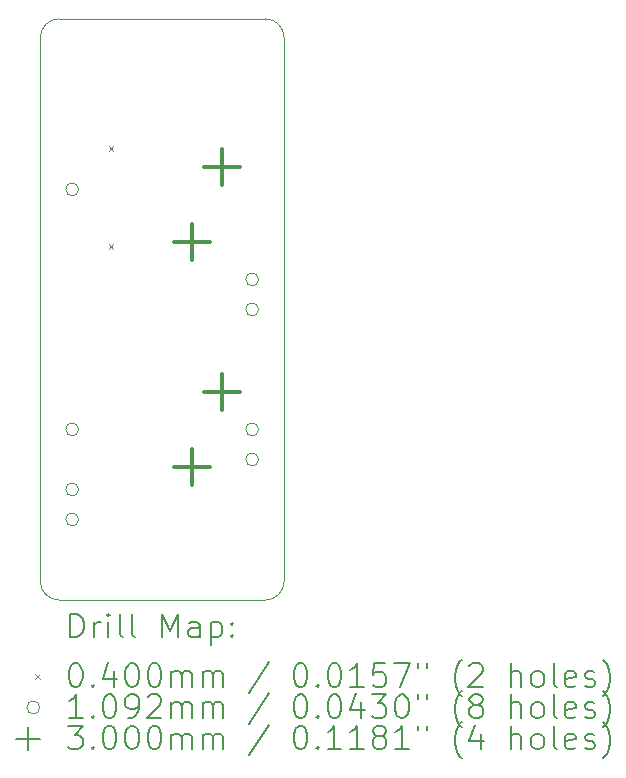
<source format=gbr>
%TF.GenerationSoftware,KiCad,Pcbnew,(6.0.7-1)-1*%
%TF.CreationDate,2022-12-25T16:24:31+07:00*%
%TF.ProjectId,pcb,7063622e-6b69-4636-9164-5f7063625858,rev?*%
%TF.SameCoordinates,Original*%
%TF.FileFunction,Drillmap*%
%TF.FilePolarity,Positive*%
%FSLAX45Y45*%
G04 Gerber Fmt 4.5, Leading zero omitted, Abs format (unit mm)*
G04 Created by KiCad (PCBNEW (6.0.7-1)-1) date 2022-12-25 16:24:31*
%MOMM*%
%LPD*%
G01*
G04 APERTURE LIST*
%ADD10C,0.100000*%
%ADD11C,0.200000*%
%ADD12C,0.040000*%
%ADD13C,0.109220*%
%ADD14C,0.300000*%
G04 APERTURE END LIST*
D10*
X13922375Y-9207500D02*
X13922375Y-4921250D01*
X12017375Y-4603745D02*
G75*
G03*
X11858625Y-4762500I5J-158755D01*
G01*
X13922370Y-4762500D02*
G75*
G03*
X13763625Y-4603750I-158750J0D01*
G01*
X11858625Y-4921250D02*
X11858625Y-9207500D01*
X12017375Y-9525000D02*
X13763625Y-9525000D01*
X11858625Y-4921250D02*
X11858625Y-4762500D01*
X13922375Y-9207500D02*
X13922375Y-9366250D01*
X13763625Y-4603750D02*
X12017375Y-4603750D01*
X11858630Y-9366250D02*
G75*
G03*
X12017375Y-9525000I158750J0D01*
G01*
X11858625Y-9207500D02*
X11858625Y-9366250D01*
X13922375Y-4921250D02*
X13922375Y-4762500D01*
X13763625Y-9525005D02*
G75*
G03*
X13922375Y-9366250I-5J158755D01*
G01*
D11*
D12*
X12437500Y-5679125D02*
X12477500Y-5719125D01*
X12477500Y-5679125D02*
X12437500Y-5719125D01*
X12437500Y-6509000D02*
X12477500Y-6549000D01*
X12477500Y-6509000D02*
X12437500Y-6549000D01*
D13*
X12183110Y-6048375D02*
G75*
G03*
X12183110Y-6048375I-54610J0D01*
G01*
X12183110Y-8080375D02*
G75*
G03*
X12183110Y-8080375I-54610J0D01*
G01*
X12183110Y-8588375D02*
G75*
G03*
X12183110Y-8588375I-54610J0D01*
G01*
X12183110Y-8842375D02*
G75*
G03*
X12183110Y-8842375I-54610J0D01*
G01*
X13707110Y-6810375D02*
G75*
G03*
X13707110Y-6810375I-54610J0D01*
G01*
X13707110Y-7064375D02*
G75*
G03*
X13707110Y-7064375I-54610J0D01*
G01*
X13707110Y-8080375D02*
G75*
G03*
X13707110Y-8080375I-54610J0D01*
G01*
X13707110Y-8334375D02*
G75*
G03*
X13707110Y-8334375I-54610J0D01*
G01*
D14*
X13144500Y-6342875D02*
X13144500Y-6642875D01*
X12994500Y-6492875D02*
X13294500Y-6492875D01*
X13144500Y-8247875D02*
X13144500Y-8547875D01*
X12994500Y-8397875D02*
X13294500Y-8397875D01*
X13398500Y-5707875D02*
X13398500Y-6007875D01*
X13248500Y-5857875D02*
X13548500Y-5857875D01*
X13398500Y-7612875D02*
X13398500Y-7912875D01*
X13248500Y-7762875D02*
X13548500Y-7762875D01*
D11*
X12111244Y-9840476D02*
X12111244Y-9640476D01*
X12158863Y-9640476D01*
X12187434Y-9650000D01*
X12206482Y-9669048D01*
X12216006Y-9688095D01*
X12225530Y-9726190D01*
X12225530Y-9754762D01*
X12216006Y-9792857D01*
X12206482Y-9811905D01*
X12187434Y-9830952D01*
X12158863Y-9840476D01*
X12111244Y-9840476D01*
X12311244Y-9840476D02*
X12311244Y-9707143D01*
X12311244Y-9745238D02*
X12320768Y-9726190D01*
X12330292Y-9716667D01*
X12349339Y-9707143D01*
X12368387Y-9707143D01*
X12435053Y-9840476D02*
X12435053Y-9707143D01*
X12435053Y-9640476D02*
X12425530Y-9650000D01*
X12435053Y-9659524D01*
X12444577Y-9650000D01*
X12435053Y-9640476D01*
X12435053Y-9659524D01*
X12558863Y-9840476D02*
X12539815Y-9830952D01*
X12530292Y-9811905D01*
X12530292Y-9640476D01*
X12663625Y-9840476D02*
X12644577Y-9830952D01*
X12635053Y-9811905D01*
X12635053Y-9640476D01*
X12892196Y-9840476D02*
X12892196Y-9640476D01*
X12958863Y-9783333D01*
X13025530Y-9640476D01*
X13025530Y-9840476D01*
X13206482Y-9840476D02*
X13206482Y-9735714D01*
X13196958Y-9716667D01*
X13177911Y-9707143D01*
X13139815Y-9707143D01*
X13120768Y-9716667D01*
X13206482Y-9830952D02*
X13187434Y-9840476D01*
X13139815Y-9840476D01*
X13120768Y-9830952D01*
X13111244Y-9811905D01*
X13111244Y-9792857D01*
X13120768Y-9773810D01*
X13139815Y-9764286D01*
X13187434Y-9764286D01*
X13206482Y-9754762D01*
X13301720Y-9707143D02*
X13301720Y-9907143D01*
X13301720Y-9716667D02*
X13320768Y-9707143D01*
X13358863Y-9707143D01*
X13377911Y-9716667D01*
X13387434Y-9726190D01*
X13396958Y-9745238D01*
X13396958Y-9802381D01*
X13387434Y-9821429D01*
X13377911Y-9830952D01*
X13358863Y-9840476D01*
X13320768Y-9840476D01*
X13301720Y-9830952D01*
X13482673Y-9821429D02*
X13492196Y-9830952D01*
X13482673Y-9840476D01*
X13473149Y-9830952D01*
X13482673Y-9821429D01*
X13482673Y-9840476D01*
X13482673Y-9716667D02*
X13492196Y-9726190D01*
X13482673Y-9735714D01*
X13473149Y-9726190D01*
X13482673Y-9716667D01*
X13482673Y-9735714D01*
D12*
X11813625Y-10150000D02*
X11853625Y-10190000D01*
X11853625Y-10150000D02*
X11813625Y-10190000D01*
D11*
X12149339Y-10060476D02*
X12168387Y-10060476D01*
X12187434Y-10070000D01*
X12196958Y-10079524D01*
X12206482Y-10098571D01*
X12216006Y-10136667D01*
X12216006Y-10184286D01*
X12206482Y-10222381D01*
X12196958Y-10241429D01*
X12187434Y-10250952D01*
X12168387Y-10260476D01*
X12149339Y-10260476D01*
X12130292Y-10250952D01*
X12120768Y-10241429D01*
X12111244Y-10222381D01*
X12101720Y-10184286D01*
X12101720Y-10136667D01*
X12111244Y-10098571D01*
X12120768Y-10079524D01*
X12130292Y-10070000D01*
X12149339Y-10060476D01*
X12301720Y-10241429D02*
X12311244Y-10250952D01*
X12301720Y-10260476D01*
X12292196Y-10250952D01*
X12301720Y-10241429D01*
X12301720Y-10260476D01*
X12482673Y-10127143D02*
X12482673Y-10260476D01*
X12435053Y-10050952D02*
X12387434Y-10193810D01*
X12511244Y-10193810D01*
X12625530Y-10060476D02*
X12644577Y-10060476D01*
X12663625Y-10070000D01*
X12673149Y-10079524D01*
X12682673Y-10098571D01*
X12692196Y-10136667D01*
X12692196Y-10184286D01*
X12682673Y-10222381D01*
X12673149Y-10241429D01*
X12663625Y-10250952D01*
X12644577Y-10260476D01*
X12625530Y-10260476D01*
X12606482Y-10250952D01*
X12596958Y-10241429D01*
X12587434Y-10222381D01*
X12577911Y-10184286D01*
X12577911Y-10136667D01*
X12587434Y-10098571D01*
X12596958Y-10079524D01*
X12606482Y-10070000D01*
X12625530Y-10060476D01*
X12816006Y-10060476D02*
X12835053Y-10060476D01*
X12854101Y-10070000D01*
X12863625Y-10079524D01*
X12873149Y-10098571D01*
X12882673Y-10136667D01*
X12882673Y-10184286D01*
X12873149Y-10222381D01*
X12863625Y-10241429D01*
X12854101Y-10250952D01*
X12835053Y-10260476D01*
X12816006Y-10260476D01*
X12796958Y-10250952D01*
X12787434Y-10241429D01*
X12777911Y-10222381D01*
X12768387Y-10184286D01*
X12768387Y-10136667D01*
X12777911Y-10098571D01*
X12787434Y-10079524D01*
X12796958Y-10070000D01*
X12816006Y-10060476D01*
X12968387Y-10260476D02*
X12968387Y-10127143D01*
X12968387Y-10146190D02*
X12977911Y-10136667D01*
X12996958Y-10127143D01*
X13025530Y-10127143D01*
X13044577Y-10136667D01*
X13054101Y-10155714D01*
X13054101Y-10260476D01*
X13054101Y-10155714D02*
X13063625Y-10136667D01*
X13082673Y-10127143D01*
X13111244Y-10127143D01*
X13130292Y-10136667D01*
X13139815Y-10155714D01*
X13139815Y-10260476D01*
X13235053Y-10260476D02*
X13235053Y-10127143D01*
X13235053Y-10146190D02*
X13244577Y-10136667D01*
X13263625Y-10127143D01*
X13292196Y-10127143D01*
X13311244Y-10136667D01*
X13320768Y-10155714D01*
X13320768Y-10260476D01*
X13320768Y-10155714D02*
X13330292Y-10136667D01*
X13349339Y-10127143D01*
X13377911Y-10127143D01*
X13396958Y-10136667D01*
X13406482Y-10155714D01*
X13406482Y-10260476D01*
X13796958Y-10050952D02*
X13625530Y-10308095D01*
X14054101Y-10060476D02*
X14073149Y-10060476D01*
X14092196Y-10070000D01*
X14101720Y-10079524D01*
X14111244Y-10098571D01*
X14120768Y-10136667D01*
X14120768Y-10184286D01*
X14111244Y-10222381D01*
X14101720Y-10241429D01*
X14092196Y-10250952D01*
X14073149Y-10260476D01*
X14054101Y-10260476D01*
X14035053Y-10250952D01*
X14025530Y-10241429D01*
X14016006Y-10222381D01*
X14006482Y-10184286D01*
X14006482Y-10136667D01*
X14016006Y-10098571D01*
X14025530Y-10079524D01*
X14035053Y-10070000D01*
X14054101Y-10060476D01*
X14206482Y-10241429D02*
X14216006Y-10250952D01*
X14206482Y-10260476D01*
X14196958Y-10250952D01*
X14206482Y-10241429D01*
X14206482Y-10260476D01*
X14339815Y-10060476D02*
X14358863Y-10060476D01*
X14377911Y-10070000D01*
X14387434Y-10079524D01*
X14396958Y-10098571D01*
X14406482Y-10136667D01*
X14406482Y-10184286D01*
X14396958Y-10222381D01*
X14387434Y-10241429D01*
X14377911Y-10250952D01*
X14358863Y-10260476D01*
X14339815Y-10260476D01*
X14320768Y-10250952D01*
X14311244Y-10241429D01*
X14301720Y-10222381D01*
X14292196Y-10184286D01*
X14292196Y-10136667D01*
X14301720Y-10098571D01*
X14311244Y-10079524D01*
X14320768Y-10070000D01*
X14339815Y-10060476D01*
X14596958Y-10260476D02*
X14482673Y-10260476D01*
X14539815Y-10260476D02*
X14539815Y-10060476D01*
X14520768Y-10089048D01*
X14501720Y-10108095D01*
X14482673Y-10117619D01*
X14777911Y-10060476D02*
X14682673Y-10060476D01*
X14673149Y-10155714D01*
X14682673Y-10146190D01*
X14701720Y-10136667D01*
X14749339Y-10136667D01*
X14768387Y-10146190D01*
X14777911Y-10155714D01*
X14787434Y-10174762D01*
X14787434Y-10222381D01*
X14777911Y-10241429D01*
X14768387Y-10250952D01*
X14749339Y-10260476D01*
X14701720Y-10260476D01*
X14682673Y-10250952D01*
X14673149Y-10241429D01*
X14854101Y-10060476D02*
X14987434Y-10060476D01*
X14901720Y-10260476D01*
X15054101Y-10060476D02*
X15054101Y-10098571D01*
X15130292Y-10060476D02*
X15130292Y-10098571D01*
X15425530Y-10336667D02*
X15416006Y-10327143D01*
X15396958Y-10298571D01*
X15387434Y-10279524D01*
X15377911Y-10250952D01*
X15368387Y-10203333D01*
X15368387Y-10165238D01*
X15377911Y-10117619D01*
X15387434Y-10089048D01*
X15396958Y-10070000D01*
X15416006Y-10041429D01*
X15425530Y-10031905D01*
X15492196Y-10079524D02*
X15501720Y-10070000D01*
X15520768Y-10060476D01*
X15568387Y-10060476D01*
X15587434Y-10070000D01*
X15596958Y-10079524D01*
X15606482Y-10098571D01*
X15606482Y-10117619D01*
X15596958Y-10146190D01*
X15482673Y-10260476D01*
X15606482Y-10260476D01*
X15844577Y-10260476D02*
X15844577Y-10060476D01*
X15930292Y-10260476D02*
X15930292Y-10155714D01*
X15920768Y-10136667D01*
X15901720Y-10127143D01*
X15873149Y-10127143D01*
X15854101Y-10136667D01*
X15844577Y-10146190D01*
X16054101Y-10260476D02*
X16035053Y-10250952D01*
X16025530Y-10241429D01*
X16016006Y-10222381D01*
X16016006Y-10165238D01*
X16025530Y-10146190D01*
X16035053Y-10136667D01*
X16054101Y-10127143D01*
X16082673Y-10127143D01*
X16101720Y-10136667D01*
X16111244Y-10146190D01*
X16120768Y-10165238D01*
X16120768Y-10222381D01*
X16111244Y-10241429D01*
X16101720Y-10250952D01*
X16082673Y-10260476D01*
X16054101Y-10260476D01*
X16235053Y-10260476D02*
X16216006Y-10250952D01*
X16206482Y-10231905D01*
X16206482Y-10060476D01*
X16387434Y-10250952D02*
X16368387Y-10260476D01*
X16330292Y-10260476D01*
X16311244Y-10250952D01*
X16301720Y-10231905D01*
X16301720Y-10155714D01*
X16311244Y-10136667D01*
X16330292Y-10127143D01*
X16368387Y-10127143D01*
X16387434Y-10136667D01*
X16396958Y-10155714D01*
X16396958Y-10174762D01*
X16301720Y-10193810D01*
X16473149Y-10250952D02*
X16492196Y-10260476D01*
X16530292Y-10260476D01*
X16549339Y-10250952D01*
X16558863Y-10231905D01*
X16558863Y-10222381D01*
X16549339Y-10203333D01*
X16530292Y-10193810D01*
X16501720Y-10193810D01*
X16482673Y-10184286D01*
X16473149Y-10165238D01*
X16473149Y-10155714D01*
X16482673Y-10136667D01*
X16501720Y-10127143D01*
X16530292Y-10127143D01*
X16549339Y-10136667D01*
X16625530Y-10336667D02*
X16635053Y-10327143D01*
X16654101Y-10298571D01*
X16663625Y-10279524D01*
X16673149Y-10250952D01*
X16682673Y-10203333D01*
X16682673Y-10165238D01*
X16673149Y-10117619D01*
X16663625Y-10089048D01*
X16654101Y-10070000D01*
X16635053Y-10041429D01*
X16625530Y-10031905D01*
D13*
X11853625Y-10434000D02*
G75*
G03*
X11853625Y-10434000I-54610J0D01*
G01*
D11*
X12216006Y-10524476D02*
X12101720Y-10524476D01*
X12158863Y-10524476D02*
X12158863Y-10324476D01*
X12139815Y-10353048D01*
X12120768Y-10372095D01*
X12101720Y-10381619D01*
X12301720Y-10505429D02*
X12311244Y-10514952D01*
X12301720Y-10524476D01*
X12292196Y-10514952D01*
X12301720Y-10505429D01*
X12301720Y-10524476D01*
X12435053Y-10324476D02*
X12454101Y-10324476D01*
X12473149Y-10334000D01*
X12482673Y-10343524D01*
X12492196Y-10362571D01*
X12501720Y-10400667D01*
X12501720Y-10448286D01*
X12492196Y-10486381D01*
X12482673Y-10505429D01*
X12473149Y-10514952D01*
X12454101Y-10524476D01*
X12435053Y-10524476D01*
X12416006Y-10514952D01*
X12406482Y-10505429D01*
X12396958Y-10486381D01*
X12387434Y-10448286D01*
X12387434Y-10400667D01*
X12396958Y-10362571D01*
X12406482Y-10343524D01*
X12416006Y-10334000D01*
X12435053Y-10324476D01*
X12596958Y-10524476D02*
X12635053Y-10524476D01*
X12654101Y-10514952D01*
X12663625Y-10505429D01*
X12682673Y-10476857D01*
X12692196Y-10438762D01*
X12692196Y-10362571D01*
X12682673Y-10343524D01*
X12673149Y-10334000D01*
X12654101Y-10324476D01*
X12616006Y-10324476D01*
X12596958Y-10334000D01*
X12587434Y-10343524D01*
X12577911Y-10362571D01*
X12577911Y-10410190D01*
X12587434Y-10429238D01*
X12596958Y-10438762D01*
X12616006Y-10448286D01*
X12654101Y-10448286D01*
X12673149Y-10438762D01*
X12682673Y-10429238D01*
X12692196Y-10410190D01*
X12768387Y-10343524D02*
X12777911Y-10334000D01*
X12796958Y-10324476D01*
X12844577Y-10324476D01*
X12863625Y-10334000D01*
X12873149Y-10343524D01*
X12882673Y-10362571D01*
X12882673Y-10381619D01*
X12873149Y-10410190D01*
X12758863Y-10524476D01*
X12882673Y-10524476D01*
X12968387Y-10524476D02*
X12968387Y-10391143D01*
X12968387Y-10410190D02*
X12977911Y-10400667D01*
X12996958Y-10391143D01*
X13025530Y-10391143D01*
X13044577Y-10400667D01*
X13054101Y-10419714D01*
X13054101Y-10524476D01*
X13054101Y-10419714D02*
X13063625Y-10400667D01*
X13082673Y-10391143D01*
X13111244Y-10391143D01*
X13130292Y-10400667D01*
X13139815Y-10419714D01*
X13139815Y-10524476D01*
X13235053Y-10524476D02*
X13235053Y-10391143D01*
X13235053Y-10410190D02*
X13244577Y-10400667D01*
X13263625Y-10391143D01*
X13292196Y-10391143D01*
X13311244Y-10400667D01*
X13320768Y-10419714D01*
X13320768Y-10524476D01*
X13320768Y-10419714D02*
X13330292Y-10400667D01*
X13349339Y-10391143D01*
X13377911Y-10391143D01*
X13396958Y-10400667D01*
X13406482Y-10419714D01*
X13406482Y-10524476D01*
X13796958Y-10314952D02*
X13625530Y-10572095D01*
X14054101Y-10324476D02*
X14073149Y-10324476D01*
X14092196Y-10334000D01*
X14101720Y-10343524D01*
X14111244Y-10362571D01*
X14120768Y-10400667D01*
X14120768Y-10448286D01*
X14111244Y-10486381D01*
X14101720Y-10505429D01*
X14092196Y-10514952D01*
X14073149Y-10524476D01*
X14054101Y-10524476D01*
X14035053Y-10514952D01*
X14025530Y-10505429D01*
X14016006Y-10486381D01*
X14006482Y-10448286D01*
X14006482Y-10400667D01*
X14016006Y-10362571D01*
X14025530Y-10343524D01*
X14035053Y-10334000D01*
X14054101Y-10324476D01*
X14206482Y-10505429D02*
X14216006Y-10514952D01*
X14206482Y-10524476D01*
X14196958Y-10514952D01*
X14206482Y-10505429D01*
X14206482Y-10524476D01*
X14339815Y-10324476D02*
X14358863Y-10324476D01*
X14377911Y-10334000D01*
X14387434Y-10343524D01*
X14396958Y-10362571D01*
X14406482Y-10400667D01*
X14406482Y-10448286D01*
X14396958Y-10486381D01*
X14387434Y-10505429D01*
X14377911Y-10514952D01*
X14358863Y-10524476D01*
X14339815Y-10524476D01*
X14320768Y-10514952D01*
X14311244Y-10505429D01*
X14301720Y-10486381D01*
X14292196Y-10448286D01*
X14292196Y-10400667D01*
X14301720Y-10362571D01*
X14311244Y-10343524D01*
X14320768Y-10334000D01*
X14339815Y-10324476D01*
X14577911Y-10391143D02*
X14577911Y-10524476D01*
X14530292Y-10314952D02*
X14482673Y-10457810D01*
X14606482Y-10457810D01*
X14663625Y-10324476D02*
X14787434Y-10324476D01*
X14720768Y-10400667D01*
X14749339Y-10400667D01*
X14768387Y-10410190D01*
X14777911Y-10419714D01*
X14787434Y-10438762D01*
X14787434Y-10486381D01*
X14777911Y-10505429D01*
X14768387Y-10514952D01*
X14749339Y-10524476D01*
X14692196Y-10524476D01*
X14673149Y-10514952D01*
X14663625Y-10505429D01*
X14911244Y-10324476D02*
X14930292Y-10324476D01*
X14949339Y-10334000D01*
X14958863Y-10343524D01*
X14968387Y-10362571D01*
X14977911Y-10400667D01*
X14977911Y-10448286D01*
X14968387Y-10486381D01*
X14958863Y-10505429D01*
X14949339Y-10514952D01*
X14930292Y-10524476D01*
X14911244Y-10524476D01*
X14892196Y-10514952D01*
X14882673Y-10505429D01*
X14873149Y-10486381D01*
X14863625Y-10448286D01*
X14863625Y-10400667D01*
X14873149Y-10362571D01*
X14882673Y-10343524D01*
X14892196Y-10334000D01*
X14911244Y-10324476D01*
X15054101Y-10324476D02*
X15054101Y-10362571D01*
X15130292Y-10324476D02*
X15130292Y-10362571D01*
X15425530Y-10600667D02*
X15416006Y-10591143D01*
X15396958Y-10562571D01*
X15387434Y-10543524D01*
X15377911Y-10514952D01*
X15368387Y-10467333D01*
X15368387Y-10429238D01*
X15377911Y-10381619D01*
X15387434Y-10353048D01*
X15396958Y-10334000D01*
X15416006Y-10305429D01*
X15425530Y-10295905D01*
X15530292Y-10410190D02*
X15511244Y-10400667D01*
X15501720Y-10391143D01*
X15492196Y-10372095D01*
X15492196Y-10362571D01*
X15501720Y-10343524D01*
X15511244Y-10334000D01*
X15530292Y-10324476D01*
X15568387Y-10324476D01*
X15587434Y-10334000D01*
X15596958Y-10343524D01*
X15606482Y-10362571D01*
X15606482Y-10372095D01*
X15596958Y-10391143D01*
X15587434Y-10400667D01*
X15568387Y-10410190D01*
X15530292Y-10410190D01*
X15511244Y-10419714D01*
X15501720Y-10429238D01*
X15492196Y-10448286D01*
X15492196Y-10486381D01*
X15501720Y-10505429D01*
X15511244Y-10514952D01*
X15530292Y-10524476D01*
X15568387Y-10524476D01*
X15587434Y-10514952D01*
X15596958Y-10505429D01*
X15606482Y-10486381D01*
X15606482Y-10448286D01*
X15596958Y-10429238D01*
X15587434Y-10419714D01*
X15568387Y-10410190D01*
X15844577Y-10524476D02*
X15844577Y-10324476D01*
X15930292Y-10524476D02*
X15930292Y-10419714D01*
X15920768Y-10400667D01*
X15901720Y-10391143D01*
X15873149Y-10391143D01*
X15854101Y-10400667D01*
X15844577Y-10410190D01*
X16054101Y-10524476D02*
X16035053Y-10514952D01*
X16025530Y-10505429D01*
X16016006Y-10486381D01*
X16016006Y-10429238D01*
X16025530Y-10410190D01*
X16035053Y-10400667D01*
X16054101Y-10391143D01*
X16082673Y-10391143D01*
X16101720Y-10400667D01*
X16111244Y-10410190D01*
X16120768Y-10429238D01*
X16120768Y-10486381D01*
X16111244Y-10505429D01*
X16101720Y-10514952D01*
X16082673Y-10524476D01*
X16054101Y-10524476D01*
X16235053Y-10524476D02*
X16216006Y-10514952D01*
X16206482Y-10495905D01*
X16206482Y-10324476D01*
X16387434Y-10514952D02*
X16368387Y-10524476D01*
X16330292Y-10524476D01*
X16311244Y-10514952D01*
X16301720Y-10495905D01*
X16301720Y-10419714D01*
X16311244Y-10400667D01*
X16330292Y-10391143D01*
X16368387Y-10391143D01*
X16387434Y-10400667D01*
X16396958Y-10419714D01*
X16396958Y-10438762D01*
X16301720Y-10457810D01*
X16473149Y-10514952D02*
X16492196Y-10524476D01*
X16530292Y-10524476D01*
X16549339Y-10514952D01*
X16558863Y-10495905D01*
X16558863Y-10486381D01*
X16549339Y-10467333D01*
X16530292Y-10457810D01*
X16501720Y-10457810D01*
X16482673Y-10448286D01*
X16473149Y-10429238D01*
X16473149Y-10419714D01*
X16482673Y-10400667D01*
X16501720Y-10391143D01*
X16530292Y-10391143D01*
X16549339Y-10400667D01*
X16625530Y-10600667D02*
X16635053Y-10591143D01*
X16654101Y-10562571D01*
X16663625Y-10543524D01*
X16673149Y-10514952D01*
X16682673Y-10467333D01*
X16682673Y-10429238D01*
X16673149Y-10381619D01*
X16663625Y-10353048D01*
X16654101Y-10334000D01*
X16635053Y-10305429D01*
X16625530Y-10295905D01*
X11753625Y-10598000D02*
X11753625Y-10798000D01*
X11653625Y-10698000D02*
X11853625Y-10698000D01*
X12092196Y-10588476D02*
X12216006Y-10588476D01*
X12149339Y-10664667D01*
X12177911Y-10664667D01*
X12196958Y-10674190D01*
X12206482Y-10683714D01*
X12216006Y-10702762D01*
X12216006Y-10750381D01*
X12206482Y-10769429D01*
X12196958Y-10778952D01*
X12177911Y-10788476D01*
X12120768Y-10788476D01*
X12101720Y-10778952D01*
X12092196Y-10769429D01*
X12301720Y-10769429D02*
X12311244Y-10778952D01*
X12301720Y-10788476D01*
X12292196Y-10778952D01*
X12301720Y-10769429D01*
X12301720Y-10788476D01*
X12435053Y-10588476D02*
X12454101Y-10588476D01*
X12473149Y-10598000D01*
X12482673Y-10607524D01*
X12492196Y-10626571D01*
X12501720Y-10664667D01*
X12501720Y-10712286D01*
X12492196Y-10750381D01*
X12482673Y-10769429D01*
X12473149Y-10778952D01*
X12454101Y-10788476D01*
X12435053Y-10788476D01*
X12416006Y-10778952D01*
X12406482Y-10769429D01*
X12396958Y-10750381D01*
X12387434Y-10712286D01*
X12387434Y-10664667D01*
X12396958Y-10626571D01*
X12406482Y-10607524D01*
X12416006Y-10598000D01*
X12435053Y-10588476D01*
X12625530Y-10588476D02*
X12644577Y-10588476D01*
X12663625Y-10598000D01*
X12673149Y-10607524D01*
X12682673Y-10626571D01*
X12692196Y-10664667D01*
X12692196Y-10712286D01*
X12682673Y-10750381D01*
X12673149Y-10769429D01*
X12663625Y-10778952D01*
X12644577Y-10788476D01*
X12625530Y-10788476D01*
X12606482Y-10778952D01*
X12596958Y-10769429D01*
X12587434Y-10750381D01*
X12577911Y-10712286D01*
X12577911Y-10664667D01*
X12587434Y-10626571D01*
X12596958Y-10607524D01*
X12606482Y-10598000D01*
X12625530Y-10588476D01*
X12816006Y-10588476D02*
X12835053Y-10588476D01*
X12854101Y-10598000D01*
X12863625Y-10607524D01*
X12873149Y-10626571D01*
X12882673Y-10664667D01*
X12882673Y-10712286D01*
X12873149Y-10750381D01*
X12863625Y-10769429D01*
X12854101Y-10778952D01*
X12835053Y-10788476D01*
X12816006Y-10788476D01*
X12796958Y-10778952D01*
X12787434Y-10769429D01*
X12777911Y-10750381D01*
X12768387Y-10712286D01*
X12768387Y-10664667D01*
X12777911Y-10626571D01*
X12787434Y-10607524D01*
X12796958Y-10598000D01*
X12816006Y-10588476D01*
X12968387Y-10788476D02*
X12968387Y-10655143D01*
X12968387Y-10674190D02*
X12977911Y-10664667D01*
X12996958Y-10655143D01*
X13025530Y-10655143D01*
X13044577Y-10664667D01*
X13054101Y-10683714D01*
X13054101Y-10788476D01*
X13054101Y-10683714D02*
X13063625Y-10664667D01*
X13082673Y-10655143D01*
X13111244Y-10655143D01*
X13130292Y-10664667D01*
X13139815Y-10683714D01*
X13139815Y-10788476D01*
X13235053Y-10788476D02*
X13235053Y-10655143D01*
X13235053Y-10674190D02*
X13244577Y-10664667D01*
X13263625Y-10655143D01*
X13292196Y-10655143D01*
X13311244Y-10664667D01*
X13320768Y-10683714D01*
X13320768Y-10788476D01*
X13320768Y-10683714D02*
X13330292Y-10664667D01*
X13349339Y-10655143D01*
X13377911Y-10655143D01*
X13396958Y-10664667D01*
X13406482Y-10683714D01*
X13406482Y-10788476D01*
X13796958Y-10578952D02*
X13625530Y-10836095D01*
X14054101Y-10588476D02*
X14073149Y-10588476D01*
X14092196Y-10598000D01*
X14101720Y-10607524D01*
X14111244Y-10626571D01*
X14120768Y-10664667D01*
X14120768Y-10712286D01*
X14111244Y-10750381D01*
X14101720Y-10769429D01*
X14092196Y-10778952D01*
X14073149Y-10788476D01*
X14054101Y-10788476D01*
X14035053Y-10778952D01*
X14025530Y-10769429D01*
X14016006Y-10750381D01*
X14006482Y-10712286D01*
X14006482Y-10664667D01*
X14016006Y-10626571D01*
X14025530Y-10607524D01*
X14035053Y-10598000D01*
X14054101Y-10588476D01*
X14206482Y-10769429D02*
X14216006Y-10778952D01*
X14206482Y-10788476D01*
X14196958Y-10778952D01*
X14206482Y-10769429D01*
X14206482Y-10788476D01*
X14406482Y-10788476D02*
X14292196Y-10788476D01*
X14349339Y-10788476D02*
X14349339Y-10588476D01*
X14330292Y-10617048D01*
X14311244Y-10636095D01*
X14292196Y-10645619D01*
X14596958Y-10788476D02*
X14482673Y-10788476D01*
X14539815Y-10788476D02*
X14539815Y-10588476D01*
X14520768Y-10617048D01*
X14501720Y-10636095D01*
X14482673Y-10645619D01*
X14711244Y-10674190D02*
X14692196Y-10664667D01*
X14682673Y-10655143D01*
X14673149Y-10636095D01*
X14673149Y-10626571D01*
X14682673Y-10607524D01*
X14692196Y-10598000D01*
X14711244Y-10588476D01*
X14749339Y-10588476D01*
X14768387Y-10598000D01*
X14777911Y-10607524D01*
X14787434Y-10626571D01*
X14787434Y-10636095D01*
X14777911Y-10655143D01*
X14768387Y-10664667D01*
X14749339Y-10674190D01*
X14711244Y-10674190D01*
X14692196Y-10683714D01*
X14682673Y-10693238D01*
X14673149Y-10712286D01*
X14673149Y-10750381D01*
X14682673Y-10769429D01*
X14692196Y-10778952D01*
X14711244Y-10788476D01*
X14749339Y-10788476D01*
X14768387Y-10778952D01*
X14777911Y-10769429D01*
X14787434Y-10750381D01*
X14787434Y-10712286D01*
X14777911Y-10693238D01*
X14768387Y-10683714D01*
X14749339Y-10674190D01*
X14977911Y-10788476D02*
X14863625Y-10788476D01*
X14920768Y-10788476D02*
X14920768Y-10588476D01*
X14901720Y-10617048D01*
X14882673Y-10636095D01*
X14863625Y-10645619D01*
X15054101Y-10588476D02*
X15054101Y-10626571D01*
X15130292Y-10588476D02*
X15130292Y-10626571D01*
X15425530Y-10864667D02*
X15416006Y-10855143D01*
X15396958Y-10826571D01*
X15387434Y-10807524D01*
X15377911Y-10778952D01*
X15368387Y-10731333D01*
X15368387Y-10693238D01*
X15377911Y-10645619D01*
X15387434Y-10617048D01*
X15396958Y-10598000D01*
X15416006Y-10569429D01*
X15425530Y-10559905D01*
X15587434Y-10655143D02*
X15587434Y-10788476D01*
X15539815Y-10578952D02*
X15492196Y-10721810D01*
X15616006Y-10721810D01*
X15844577Y-10788476D02*
X15844577Y-10588476D01*
X15930292Y-10788476D02*
X15930292Y-10683714D01*
X15920768Y-10664667D01*
X15901720Y-10655143D01*
X15873149Y-10655143D01*
X15854101Y-10664667D01*
X15844577Y-10674190D01*
X16054101Y-10788476D02*
X16035053Y-10778952D01*
X16025530Y-10769429D01*
X16016006Y-10750381D01*
X16016006Y-10693238D01*
X16025530Y-10674190D01*
X16035053Y-10664667D01*
X16054101Y-10655143D01*
X16082673Y-10655143D01*
X16101720Y-10664667D01*
X16111244Y-10674190D01*
X16120768Y-10693238D01*
X16120768Y-10750381D01*
X16111244Y-10769429D01*
X16101720Y-10778952D01*
X16082673Y-10788476D01*
X16054101Y-10788476D01*
X16235053Y-10788476D02*
X16216006Y-10778952D01*
X16206482Y-10759905D01*
X16206482Y-10588476D01*
X16387434Y-10778952D02*
X16368387Y-10788476D01*
X16330292Y-10788476D01*
X16311244Y-10778952D01*
X16301720Y-10759905D01*
X16301720Y-10683714D01*
X16311244Y-10664667D01*
X16330292Y-10655143D01*
X16368387Y-10655143D01*
X16387434Y-10664667D01*
X16396958Y-10683714D01*
X16396958Y-10702762D01*
X16301720Y-10721810D01*
X16473149Y-10778952D02*
X16492196Y-10788476D01*
X16530292Y-10788476D01*
X16549339Y-10778952D01*
X16558863Y-10759905D01*
X16558863Y-10750381D01*
X16549339Y-10731333D01*
X16530292Y-10721810D01*
X16501720Y-10721810D01*
X16482673Y-10712286D01*
X16473149Y-10693238D01*
X16473149Y-10683714D01*
X16482673Y-10664667D01*
X16501720Y-10655143D01*
X16530292Y-10655143D01*
X16549339Y-10664667D01*
X16625530Y-10864667D02*
X16635053Y-10855143D01*
X16654101Y-10826571D01*
X16663625Y-10807524D01*
X16673149Y-10778952D01*
X16682673Y-10731333D01*
X16682673Y-10693238D01*
X16673149Y-10645619D01*
X16663625Y-10617048D01*
X16654101Y-10598000D01*
X16635053Y-10569429D01*
X16625530Y-10559905D01*
M02*

</source>
